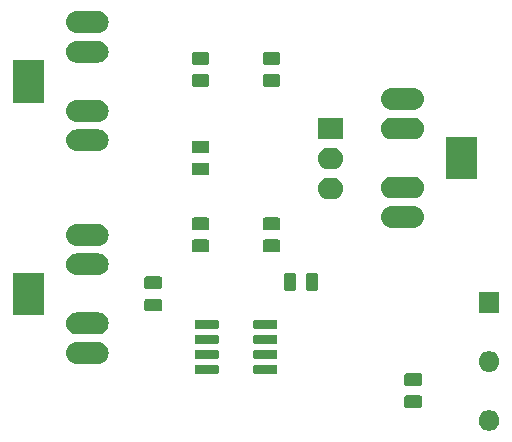
<source format=gbr>
G04 #@! TF.GenerationSoftware,KiCad,Pcbnew,5.1.2-f72e74a~84~ubuntu18.04.1*
G04 #@! TF.CreationDate,2019-05-17T10:17:23-07:00*
G04 #@! TF.ProjectId,NewVNA,4e657756-4e41-42e6-9b69-6361645f7063,CAT V.2*
G04 #@! TF.SameCoordinates,Original*
G04 #@! TF.FileFunction,Soldermask,Top*
G04 #@! TF.FilePolarity,Negative*
%FSLAX46Y46*%
G04 Gerber Fmt 4.6, Leading zero omitted, Abs format (unit mm)*
G04 Created by KiCad (PCBNEW 5.1.2-f72e74a~84~ubuntu18.04.1) date 2019-05-17 10:17:23*
%MOMM*%
%LPD*%
G04 APERTURE LIST*
%ADD10C,0.100000*%
G04 APERTURE END LIST*
D10*
G36*
X71680320Y-59885264D02*
G01*
X71839742Y-59951299D01*
X71983218Y-60047166D01*
X72105234Y-60169182D01*
X72201101Y-60312658D01*
X72267136Y-60472080D01*
X72300800Y-60641321D01*
X72300800Y-60813879D01*
X72267136Y-60983120D01*
X72201101Y-61142542D01*
X72105234Y-61286018D01*
X71983218Y-61408034D01*
X71839742Y-61503901D01*
X71680320Y-61569936D01*
X71511080Y-61603600D01*
X71338520Y-61603600D01*
X71169280Y-61569936D01*
X71009858Y-61503901D01*
X70866382Y-61408034D01*
X70744366Y-61286018D01*
X70648499Y-61142542D01*
X70582464Y-60983120D01*
X70548800Y-60813879D01*
X70548800Y-60641321D01*
X70582464Y-60472080D01*
X70648499Y-60312658D01*
X70744366Y-60169182D01*
X70866382Y-60047166D01*
X71009858Y-59951299D01*
X71169280Y-59885264D01*
X71338520Y-59851600D01*
X71511080Y-59851600D01*
X71680320Y-59885264D01*
X71680320Y-59885264D01*
G37*
G36*
X65584468Y-58603565D02*
G01*
X65623138Y-58615296D01*
X65658777Y-58634346D01*
X65690017Y-58659983D01*
X65715654Y-58691223D01*
X65734704Y-58726862D01*
X65746435Y-58765532D01*
X65751000Y-58811888D01*
X65751000Y-59463112D01*
X65746435Y-59509468D01*
X65734704Y-59548138D01*
X65715654Y-59583777D01*
X65690017Y-59615017D01*
X65658777Y-59640654D01*
X65623138Y-59659704D01*
X65584468Y-59671435D01*
X65538112Y-59676000D01*
X64461888Y-59676000D01*
X64415532Y-59671435D01*
X64376862Y-59659704D01*
X64341223Y-59640654D01*
X64309983Y-59615017D01*
X64284346Y-59583777D01*
X64265296Y-59548138D01*
X64253565Y-59509468D01*
X64249000Y-59463112D01*
X64249000Y-58811888D01*
X64253565Y-58765532D01*
X64265296Y-58726862D01*
X64284346Y-58691223D01*
X64309983Y-58659983D01*
X64341223Y-58634346D01*
X64376862Y-58615296D01*
X64415532Y-58603565D01*
X64461888Y-58599000D01*
X65538112Y-58599000D01*
X65584468Y-58603565D01*
X65584468Y-58603565D01*
G37*
G36*
X65584468Y-56728565D02*
G01*
X65623138Y-56740296D01*
X65658777Y-56759346D01*
X65690017Y-56784983D01*
X65715654Y-56816223D01*
X65734704Y-56851862D01*
X65746435Y-56890532D01*
X65751000Y-56936888D01*
X65751000Y-57588112D01*
X65746435Y-57634468D01*
X65734704Y-57673138D01*
X65715654Y-57708777D01*
X65690017Y-57740017D01*
X65658777Y-57765654D01*
X65623138Y-57784704D01*
X65584468Y-57796435D01*
X65538112Y-57801000D01*
X64461888Y-57801000D01*
X64415532Y-57796435D01*
X64376862Y-57784704D01*
X64341223Y-57765654D01*
X64309983Y-57740017D01*
X64284346Y-57708777D01*
X64265296Y-57673138D01*
X64253565Y-57634468D01*
X64249000Y-57588112D01*
X64249000Y-56936888D01*
X64253565Y-56890532D01*
X64265296Y-56851862D01*
X64284346Y-56816223D01*
X64309983Y-56784983D01*
X64341223Y-56759346D01*
X64376862Y-56740296D01*
X64415532Y-56728565D01*
X64461888Y-56724000D01*
X65538112Y-56724000D01*
X65584468Y-56728565D01*
X65584468Y-56728565D01*
G37*
G36*
X53409928Y-56056764D02*
G01*
X53431009Y-56063160D01*
X53450445Y-56073548D01*
X53467476Y-56087524D01*
X53481452Y-56104555D01*
X53491840Y-56123991D01*
X53498236Y-56145072D01*
X53501000Y-56173140D01*
X53501000Y-56636860D01*
X53498236Y-56664928D01*
X53491840Y-56686009D01*
X53481452Y-56705445D01*
X53467476Y-56722476D01*
X53450445Y-56736452D01*
X53431009Y-56746840D01*
X53409928Y-56753236D01*
X53381860Y-56756000D01*
X51568140Y-56756000D01*
X51540072Y-56753236D01*
X51518991Y-56746840D01*
X51499555Y-56736452D01*
X51482524Y-56722476D01*
X51468548Y-56705445D01*
X51458160Y-56686009D01*
X51451764Y-56664928D01*
X51449000Y-56636860D01*
X51449000Y-56173140D01*
X51451764Y-56145072D01*
X51458160Y-56123991D01*
X51468548Y-56104555D01*
X51482524Y-56087524D01*
X51499555Y-56073548D01*
X51518991Y-56063160D01*
X51540072Y-56056764D01*
X51568140Y-56054000D01*
X53381860Y-56054000D01*
X53409928Y-56056764D01*
X53409928Y-56056764D01*
G37*
G36*
X48459928Y-56056764D02*
G01*
X48481009Y-56063160D01*
X48500445Y-56073548D01*
X48517476Y-56087524D01*
X48531452Y-56104555D01*
X48541840Y-56123991D01*
X48548236Y-56145072D01*
X48551000Y-56173140D01*
X48551000Y-56636860D01*
X48548236Y-56664928D01*
X48541840Y-56686009D01*
X48531452Y-56705445D01*
X48517476Y-56722476D01*
X48500445Y-56736452D01*
X48481009Y-56746840D01*
X48459928Y-56753236D01*
X48431860Y-56756000D01*
X46618140Y-56756000D01*
X46590072Y-56753236D01*
X46568991Y-56746840D01*
X46549555Y-56736452D01*
X46532524Y-56722476D01*
X46518548Y-56705445D01*
X46508160Y-56686009D01*
X46501764Y-56664928D01*
X46499000Y-56636860D01*
X46499000Y-56173140D01*
X46501764Y-56145072D01*
X46508160Y-56123991D01*
X46518548Y-56104555D01*
X46532524Y-56087524D01*
X46549555Y-56073548D01*
X46568991Y-56063160D01*
X46590072Y-56056764D01*
X46618140Y-56054000D01*
X48431860Y-56054000D01*
X48459928Y-56056764D01*
X48459928Y-56056764D01*
G37*
G36*
X71595699Y-54868432D02*
G01*
X71680320Y-54885264D01*
X71839742Y-54951299D01*
X71983218Y-55047166D01*
X72105234Y-55169182D01*
X72201101Y-55312658D01*
X72267136Y-55472080D01*
X72283968Y-55556701D01*
X72300800Y-55641320D01*
X72300800Y-55813880D01*
X72291695Y-55859652D01*
X72267136Y-55983120D01*
X72201101Y-56142542D01*
X72105234Y-56286018D01*
X71983218Y-56408034D01*
X71839742Y-56503901D01*
X71680320Y-56569936D01*
X71627211Y-56580500D01*
X71511080Y-56603600D01*
X71338520Y-56603600D01*
X71222389Y-56580500D01*
X71169280Y-56569936D01*
X71009858Y-56503901D01*
X70866382Y-56408034D01*
X70744366Y-56286018D01*
X70648499Y-56142542D01*
X70582464Y-55983120D01*
X70557905Y-55859652D01*
X70548800Y-55813880D01*
X70548800Y-55641320D01*
X70565632Y-55556701D01*
X70582464Y-55472080D01*
X70648499Y-55312658D01*
X70744366Y-55169182D01*
X70866382Y-55047166D01*
X71009858Y-54951299D01*
X71169280Y-54885264D01*
X71253901Y-54868432D01*
X71338520Y-54851600D01*
X71511080Y-54851600D01*
X71595699Y-54868432D01*
X71595699Y-54868432D01*
G37*
G36*
X38466529Y-54087398D02*
G01*
X38641079Y-54140348D01*
X38801947Y-54226333D01*
X38942949Y-54342051D01*
X39058667Y-54483053D01*
X39144652Y-54643921D01*
X39197602Y-54818471D01*
X39215480Y-55000000D01*
X39197602Y-55181529D01*
X39144652Y-55356079D01*
X39058667Y-55516947D01*
X38942949Y-55657949D01*
X38801947Y-55773667D01*
X38641079Y-55859652D01*
X38466529Y-55912602D01*
X38330490Y-55926000D01*
X36489510Y-55926000D01*
X36353471Y-55912602D01*
X36178921Y-55859652D01*
X36018053Y-55773667D01*
X35877051Y-55657949D01*
X35761333Y-55516947D01*
X35675348Y-55356079D01*
X35622398Y-55181529D01*
X35604520Y-55000000D01*
X35622398Y-54818471D01*
X35675348Y-54643921D01*
X35761333Y-54483053D01*
X35877051Y-54342051D01*
X36018053Y-54226333D01*
X36178921Y-54140348D01*
X36353471Y-54087398D01*
X36489510Y-54074000D01*
X38330490Y-54074000D01*
X38466529Y-54087398D01*
X38466529Y-54087398D01*
G37*
G36*
X53409928Y-54786764D02*
G01*
X53431009Y-54793160D01*
X53450445Y-54803548D01*
X53467476Y-54817524D01*
X53481452Y-54834555D01*
X53491840Y-54853991D01*
X53498236Y-54875072D01*
X53501000Y-54903140D01*
X53501000Y-55366860D01*
X53498236Y-55394928D01*
X53491840Y-55416009D01*
X53481452Y-55435445D01*
X53467476Y-55452476D01*
X53450445Y-55466452D01*
X53431009Y-55476840D01*
X53409928Y-55483236D01*
X53381860Y-55486000D01*
X51568140Y-55486000D01*
X51540072Y-55483236D01*
X51518991Y-55476840D01*
X51499555Y-55466452D01*
X51482524Y-55452476D01*
X51468548Y-55435445D01*
X51458160Y-55416009D01*
X51451764Y-55394928D01*
X51449000Y-55366860D01*
X51449000Y-54903140D01*
X51451764Y-54875072D01*
X51458160Y-54853991D01*
X51468548Y-54834555D01*
X51482524Y-54817524D01*
X51499555Y-54803548D01*
X51518991Y-54793160D01*
X51540072Y-54786764D01*
X51568140Y-54784000D01*
X53381860Y-54784000D01*
X53409928Y-54786764D01*
X53409928Y-54786764D01*
G37*
G36*
X48459928Y-54786764D02*
G01*
X48481009Y-54793160D01*
X48500445Y-54803548D01*
X48517476Y-54817524D01*
X48531452Y-54834555D01*
X48541840Y-54853991D01*
X48548236Y-54875072D01*
X48551000Y-54903140D01*
X48551000Y-55366860D01*
X48548236Y-55394928D01*
X48541840Y-55416009D01*
X48531452Y-55435445D01*
X48517476Y-55452476D01*
X48500445Y-55466452D01*
X48481009Y-55476840D01*
X48459928Y-55483236D01*
X48431860Y-55486000D01*
X46618140Y-55486000D01*
X46590072Y-55483236D01*
X46568991Y-55476840D01*
X46549555Y-55466452D01*
X46532524Y-55452476D01*
X46518548Y-55435445D01*
X46508160Y-55416009D01*
X46501764Y-55394928D01*
X46499000Y-55366860D01*
X46499000Y-54903140D01*
X46501764Y-54875072D01*
X46508160Y-54853991D01*
X46518548Y-54834555D01*
X46532524Y-54817524D01*
X46549555Y-54803548D01*
X46568991Y-54793160D01*
X46590072Y-54786764D01*
X46618140Y-54784000D01*
X48431860Y-54784000D01*
X48459928Y-54786764D01*
X48459928Y-54786764D01*
G37*
G36*
X53409928Y-53516764D02*
G01*
X53431009Y-53523160D01*
X53450445Y-53533548D01*
X53467476Y-53547524D01*
X53481452Y-53564555D01*
X53491840Y-53583991D01*
X53498236Y-53605072D01*
X53501000Y-53633140D01*
X53501000Y-54096860D01*
X53498236Y-54124928D01*
X53491840Y-54146009D01*
X53481452Y-54165445D01*
X53467476Y-54182476D01*
X53450445Y-54196452D01*
X53431009Y-54206840D01*
X53409928Y-54213236D01*
X53381860Y-54216000D01*
X51568140Y-54216000D01*
X51540072Y-54213236D01*
X51518991Y-54206840D01*
X51499555Y-54196452D01*
X51482524Y-54182476D01*
X51468548Y-54165445D01*
X51458160Y-54146009D01*
X51451764Y-54124928D01*
X51449000Y-54096860D01*
X51449000Y-53633140D01*
X51451764Y-53605072D01*
X51458160Y-53583991D01*
X51468548Y-53564555D01*
X51482524Y-53547524D01*
X51499555Y-53533548D01*
X51518991Y-53523160D01*
X51540072Y-53516764D01*
X51568140Y-53514000D01*
X53381860Y-53514000D01*
X53409928Y-53516764D01*
X53409928Y-53516764D01*
G37*
G36*
X48459928Y-53516764D02*
G01*
X48481009Y-53523160D01*
X48500445Y-53533548D01*
X48517476Y-53547524D01*
X48531452Y-53564555D01*
X48541840Y-53583991D01*
X48548236Y-53605072D01*
X48551000Y-53633140D01*
X48551000Y-54096860D01*
X48548236Y-54124928D01*
X48541840Y-54146009D01*
X48531452Y-54165445D01*
X48517476Y-54182476D01*
X48500445Y-54196452D01*
X48481009Y-54206840D01*
X48459928Y-54213236D01*
X48431860Y-54216000D01*
X46618140Y-54216000D01*
X46590072Y-54213236D01*
X46568991Y-54206840D01*
X46549555Y-54196452D01*
X46532524Y-54182476D01*
X46518548Y-54165445D01*
X46508160Y-54146009D01*
X46501764Y-54124928D01*
X46499000Y-54096860D01*
X46499000Y-53633140D01*
X46501764Y-53605072D01*
X46508160Y-53583991D01*
X46518548Y-53564555D01*
X46532524Y-53547524D01*
X46549555Y-53533548D01*
X46568991Y-53523160D01*
X46590072Y-53516764D01*
X46618140Y-53514000D01*
X48431860Y-53514000D01*
X48459928Y-53516764D01*
X48459928Y-53516764D01*
G37*
G36*
X38466529Y-51587398D02*
G01*
X38641079Y-51640348D01*
X38801947Y-51726333D01*
X38942949Y-51842051D01*
X39058667Y-51983053D01*
X39144652Y-52143921D01*
X39197602Y-52318471D01*
X39215480Y-52500000D01*
X39197602Y-52681529D01*
X39144652Y-52856079D01*
X39058667Y-53016947D01*
X38942949Y-53157949D01*
X38801947Y-53273667D01*
X38641079Y-53359652D01*
X38466529Y-53412602D01*
X38330490Y-53426000D01*
X36489510Y-53426000D01*
X36353471Y-53412602D01*
X36178921Y-53359652D01*
X36018053Y-53273667D01*
X35877051Y-53157949D01*
X35761333Y-53016947D01*
X35675348Y-52856079D01*
X35622398Y-52681529D01*
X35604520Y-52500000D01*
X35622398Y-52318471D01*
X35675348Y-52143921D01*
X35761333Y-51983053D01*
X35877051Y-51842051D01*
X36018053Y-51726333D01*
X36178921Y-51640348D01*
X36353471Y-51587398D01*
X36489510Y-51574000D01*
X38330490Y-51574000D01*
X38466529Y-51587398D01*
X38466529Y-51587398D01*
G37*
G36*
X48459928Y-52246764D02*
G01*
X48481009Y-52253160D01*
X48500445Y-52263548D01*
X48517476Y-52277524D01*
X48531452Y-52294555D01*
X48541840Y-52313991D01*
X48548236Y-52335072D01*
X48551000Y-52363140D01*
X48551000Y-52826860D01*
X48548236Y-52854928D01*
X48541840Y-52876009D01*
X48531452Y-52895445D01*
X48517476Y-52912476D01*
X48500445Y-52926452D01*
X48481009Y-52936840D01*
X48459928Y-52943236D01*
X48431860Y-52946000D01*
X46618140Y-52946000D01*
X46590072Y-52943236D01*
X46568991Y-52936840D01*
X46549555Y-52926452D01*
X46532524Y-52912476D01*
X46518548Y-52895445D01*
X46508160Y-52876009D01*
X46501764Y-52854928D01*
X46499000Y-52826860D01*
X46499000Y-52363140D01*
X46501764Y-52335072D01*
X46508160Y-52313991D01*
X46518548Y-52294555D01*
X46532524Y-52277524D01*
X46549555Y-52263548D01*
X46568991Y-52253160D01*
X46590072Y-52246764D01*
X46618140Y-52244000D01*
X48431860Y-52244000D01*
X48459928Y-52246764D01*
X48459928Y-52246764D01*
G37*
G36*
X53409928Y-52246764D02*
G01*
X53431009Y-52253160D01*
X53450445Y-52263548D01*
X53467476Y-52277524D01*
X53481452Y-52294555D01*
X53491840Y-52313991D01*
X53498236Y-52335072D01*
X53501000Y-52363140D01*
X53501000Y-52826860D01*
X53498236Y-52854928D01*
X53491840Y-52876009D01*
X53481452Y-52895445D01*
X53467476Y-52912476D01*
X53450445Y-52926452D01*
X53431009Y-52936840D01*
X53409928Y-52943236D01*
X53381860Y-52946000D01*
X51568140Y-52946000D01*
X51540072Y-52943236D01*
X51518991Y-52936840D01*
X51499555Y-52926452D01*
X51482524Y-52912476D01*
X51468548Y-52895445D01*
X51458160Y-52876009D01*
X51451764Y-52854928D01*
X51449000Y-52826860D01*
X51449000Y-52363140D01*
X51451764Y-52335072D01*
X51458160Y-52313991D01*
X51468548Y-52294555D01*
X51482524Y-52277524D01*
X51499555Y-52263548D01*
X51518991Y-52253160D01*
X51540072Y-52246764D01*
X51568140Y-52244000D01*
X53381860Y-52244000D01*
X53409928Y-52246764D01*
X53409928Y-52246764D01*
G37*
G36*
X33705000Y-51801000D02*
G01*
X31103000Y-51801000D01*
X31103000Y-48199000D01*
X33705000Y-48199000D01*
X33705000Y-51801000D01*
X33705000Y-51801000D01*
G37*
G36*
X72300800Y-51603600D02*
G01*
X70548800Y-51603600D01*
X70548800Y-49851600D01*
X72300800Y-49851600D01*
X72300800Y-51603600D01*
X72300800Y-51603600D01*
G37*
G36*
X43584468Y-50403565D02*
G01*
X43623138Y-50415296D01*
X43658777Y-50434346D01*
X43690017Y-50459983D01*
X43715654Y-50491223D01*
X43734704Y-50526862D01*
X43746435Y-50565532D01*
X43751000Y-50611888D01*
X43751000Y-51263112D01*
X43746435Y-51309468D01*
X43734704Y-51348138D01*
X43715654Y-51383777D01*
X43690017Y-51415017D01*
X43658777Y-51440654D01*
X43623138Y-51459704D01*
X43584468Y-51471435D01*
X43538112Y-51476000D01*
X42461888Y-51476000D01*
X42415532Y-51471435D01*
X42376862Y-51459704D01*
X42341223Y-51440654D01*
X42309983Y-51415017D01*
X42284346Y-51383777D01*
X42265296Y-51348138D01*
X42253565Y-51309468D01*
X42249000Y-51263112D01*
X42249000Y-50611888D01*
X42253565Y-50565532D01*
X42265296Y-50526862D01*
X42284346Y-50491223D01*
X42309983Y-50459983D01*
X42341223Y-50434346D01*
X42376862Y-50415296D01*
X42415532Y-50403565D01*
X42461888Y-50399000D01*
X43538112Y-50399000D01*
X43584468Y-50403565D01*
X43584468Y-50403565D01*
G37*
G36*
X56809468Y-48253565D02*
G01*
X56848138Y-48265296D01*
X56883777Y-48284346D01*
X56915017Y-48309983D01*
X56940654Y-48341223D01*
X56959704Y-48376862D01*
X56971435Y-48415532D01*
X56976000Y-48461888D01*
X56976000Y-49538112D01*
X56971435Y-49584468D01*
X56959704Y-49623138D01*
X56940654Y-49658777D01*
X56915017Y-49690017D01*
X56883777Y-49715654D01*
X56848138Y-49734704D01*
X56809468Y-49746435D01*
X56763112Y-49751000D01*
X56111888Y-49751000D01*
X56065532Y-49746435D01*
X56026862Y-49734704D01*
X55991223Y-49715654D01*
X55959983Y-49690017D01*
X55934346Y-49658777D01*
X55915296Y-49623138D01*
X55903565Y-49584468D01*
X55899000Y-49538112D01*
X55899000Y-48461888D01*
X55903565Y-48415532D01*
X55915296Y-48376862D01*
X55934346Y-48341223D01*
X55959983Y-48309983D01*
X55991223Y-48284346D01*
X56026862Y-48265296D01*
X56065532Y-48253565D01*
X56111888Y-48249000D01*
X56763112Y-48249000D01*
X56809468Y-48253565D01*
X56809468Y-48253565D01*
G37*
G36*
X54934468Y-48253565D02*
G01*
X54973138Y-48265296D01*
X55008777Y-48284346D01*
X55040017Y-48309983D01*
X55065654Y-48341223D01*
X55084704Y-48376862D01*
X55096435Y-48415532D01*
X55101000Y-48461888D01*
X55101000Y-49538112D01*
X55096435Y-49584468D01*
X55084704Y-49623138D01*
X55065654Y-49658777D01*
X55040017Y-49690017D01*
X55008777Y-49715654D01*
X54973138Y-49734704D01*
X54934468Y-49746435D01*
X54888112Y-49751000D01*
X54236888Y-49751000D01*
X54190532Y-49746435D01*
X54151862Y-49734704D01*
X54116223Y-49715654D01*
X54084983Y-49690017D01*
X54059346Y-49658777D01*
X54040296Y-49623138D01*
X54028565Y-49584468D01*
X54024000Y-49538112D01*
X54024000Y-48461888D01*
X54028565Y-48415532D01*
X54040296Y-48376862D01*
X54059346Y-48341223D01*
X54084983Y-48309983D01*
X54116223Y-48284346D01*
X54151862Y-48265296D01*
X54190532Y-48253565D01*
X54236888Y-48249000D01*
X54888112Y-48249000D01*
X54934468Y-48253565D01*
X54934468Y-48253565D01*
G37*
G36*
X43584468Y-48528565D02*
G01*
X43623138Y-48540296D01*
X43658777Y-48559346D01*
X43690017Y-48584983D01*
X43715654Y-48616223D01*
X43734704Y-48651862D01*
X43746435Y-48690532D01*
X43751000Y-48736888D01*
X43751000Y-49388112D01*
X43746435Y-49434468D01*
X43734704Y-49473138D01*
X43715654Y-49508777D01*
X43690017Y-49540017D01*
X43658777Y-49565654D01*
X43623138Y-49584704D01*
X43584468Y-49596435D01*
X43538112Y-49601000D01*
X42461888Y-49601000D01*
X42415532Y-49596435D01*
X42376862Y-49584704D01*
X42341223Y-49565654D01*
X42309983Y-49540017D01*
X42284346Y-49508777D01*
X42265296Y-49473138D01*
X42253565Y-49434468D01*
X42249000Y-49388112D01*
X42249000Y-48736888D01*
X42253565Y-48690532D01*
X42265296Y-48651862D01*
X42284346Y-48616223D01*
X42309983Y-48584983D01*
X42341223Y-48559346D01*
X42376862Y-48540296D01*
X42415532Y-48528565D01*
X42461888Y-48524000D01*
X43538112Y-48524000D01*
X43584468Y-48528565D01*
X43584468Y-48528565D01*
G37*
G36*
X38466529Y-46587398D02*
G01*
X38641079Y-46640348D01*
X38801947Y-46726333D01*
X38942949Y-46842051D01*
X39058667Y-46983053D01*
X39144652Y-47143921D01*
X39197602Y-47318471D01*
X39215480Y-47500000D01*
X39197602Y-47681529D01*
X39144652Y-47856079D01*
X39058667Y-48016947D01*
X38942949Y-48157949D01*
X38801947Y-48273667D01*
X38641079Y-48359652D01*
X38466529Y-48412602D01*
X38330490Y-48426000D01*
X36489510Y-48426000D01*
X36353471Y-48412602D01*
X36178921Y-48359652D01*
X36018053Y-48273667D01*
X35877051Y-48157949D01*
X35761333Y-48016947D01*
X35675348Y-47856079D01*
X35622398Y-47681529D01*
X35604520Y-47500000D01*
X35622398Y-47318471D01*
X35675348Y-47143921D01*
X35761333Y-46983053D01*
X35877051Y-46842051D01*
X36018053Y-46726333D01*
X36178921Y-46640348D01*
X36353471Y-46587398D01*
X36489510Y-46574000D01*
X38330490Y-46574000D01*
X38466529Y-46587398D01*
X38466529Y-46587398D01*
G37*
G36*
X53584468Y-45403565D02*
G01*
X53623138Y-45415296D01*
X53658777Y-45434346D01*
X53690017Y-45459983D01*
X53715654Y-45491223D01*
X53734704Y-45526862D01*
X53746435Y-45565532D01*
X53751000Y-45611888D01*
X53751000Y-46263112D01*
X53746435Y-46309468D01*
X53734704Y-46348138D01*
X53715654Y-46383777D01*
X53690017Y-46415017D01*
X53658777Y-46440654D01*
X53623138Y-46459704D01*
X53584468Y-46471435D01*
X53538112Y-46476000D01*
X52461888Y-46476000D01*
X52415532Y-46471435D01*
X52376862Y-46459704D01*
X52341223Y-46440654D01*
X52309983Y-46415017D01*
X52284346Y-46383777D01*
X52265296Y-46348138D01*
X52253565Y-46309468D01*
X52249000Y-46263112D01*
X52249000Y-45611888D01*
X52253565Y-45565532D01*
X52265296Y-45526862D01*
X52284346Y-45491223D01*
X52309983Y-45459983D01*
X52341223Y-45434346D01*
X52376862Y-45415296D01*
X52415532Y-45403565D01*
X52461888Y-45399000D01*
X53538112Y-45399000D01*
X53584468Y-45403565D01*
X53584468Y-45403565D01*
G37*
G36*
X47584468Y-45403565D02*
G01*
X47623138Y-45415296D01*
X47658777Y-45434346D01*
X47690017Y-45459983D01*
X47715654Y-45491223D01*
X47734704Y-45526862D01*
X47746435Y-45565532D01*
X47751000Y-45611888D01*
X47751000Y-46263112D01*
X47746435Y-46309468D01*
X47734704Y-46348138D01*
X47715654Y-46383777D01*
X47690017Y-46415017D01*
X47658777Y-46440654D01*
X47623138Y-46459704D01*
X47584468Y-46471435D01*
X47538112Y-46476000D01*
X46461888Y-46476000D01*
X46415532Y-46471435D01*
X46376862Y-46459704D01*
X46341223Y-46440654D01*
X46309983Y-46415017D01*
X46284346Y-46383777D01*
X46265296Y-46348138D01*
X46253565Y-46309468D01*
X46249000Y-46263112D01*
X46249000Y-45611888D01*
X46253565Y-45565532D01*
X46265296Y-45526862D01*
X46284346Y-45491223D01*
X46309983Y-45459983D01*
X46341223Y-45434346D01*
X46376862Y-45415296D01*
X46415532Y-45403565D01*
X46461888Y-45399000D01*
X47538112Y-45399000D01*
X47584468Y-45403565D01*
X47584468Y-45403565D01*
G37*
G36*
X38466529Y-44087398D02*
G01*
X38641079Y-44140348D01*
X38801947Y-44226333D01*
X38942949Y-44342051D01*
X39058667Y-44483053D01*
X39144652Y-44643921D01*
X39197602Y-44818471D01*
X39215480Y-45000000D01*
X39197602Y-45181529D01*
X39144652Y-45356079D01*
X39058667Y-45516947D01*
X38942949Y-45657949D01*
X38801947Y-45773667D01*
X38641079Y-45859652D01*
X38466529Y-45912602D01*
X38330490Y-45926000D01*
X36489510Y-45926000D01*
X36353471Y-45912602D01*
X36178921Y-45859652D01*
X36018053Y-45773667D01*
X35877051Y-45657949D01*
X35761333Y-45516947D01*
X35675348Y-45356079D01*
X35622398Y-45181529D01*
X35604520Y-45000000D01*
X35622398Y-44818471D01*
X35675348Y-44643921D01*
X35761333Y-44483053D01*
X35877051Y-44342051D01*
X36018053Y-44226333D01*
X36178921Y-44140348D01*
X36353471Y-44087398D01*
X36489510Y-44074000D01*
X38330490Y-44074000D01*
X38466529Y-44087398D01*
X38466529Y-44087398D01*
G37*
G36*
X47584468Y-43528565D02*
G01*
X47623138Y-43540296D01*
X47658777Y-43559346D01*
X47690017Y-43584983D01*
X47715654Y-43616223D01*
X47734704Y-43651862D01*
X47746435Y-43690532D01*
X47751000Y-43736888D01*
X47751000Y-44388112D01*
X47746435Y-44434468D01*
X47734704Y-44473138D01*
X47715654Y-44508777D01*
X47690017Y-44540017D01*
X47658777Y-44565654D01*
X47623138Y-44584704D01*
X47584468Y-44596435D01*
X47538112Y-44601000D01*
X46461888Y-44601000D01*
X46415532Y-44596435D01*
X46376862Y-44584704D01*
X46341223Y-44565654D01*
X46309983Y-44540017D01*
X46284346Y-44508777D01*
X46265296Y-44473138D01*
X46253565Y-44434468D01*
X46249000Y-44388112D01*
X46249000Y-43736888D01*
X46253565Y-43690532D01*
X46265296Y-43651862D01*
X46284346Y-43616223D01*
X46309983Y-43584983D01*
X46341223Y-43559346D01*
X46376862Y-43540296D01*
X46415532Y-43528565D01*
X46461888Y-43524000D01*
X47538112Y-43524000D01*
X47584468Y-43528565D01*
X47584468Y-43528565D01*
G37*
G36*
X53584468Y-43528565D02*
G01*
X53623138Y-43540296D01*
X53658777Y-43559346D01*
X53690017Y-43584983D01*
X53715654Y-43616223D01*
X53734704Y-43651862D01*
X53746435Y-43690532D01*
X53751000Y-43736888D01*
X53751000Y-44388112D01*
X53746435Y-44434468D01*
X53734704Y-44473138D01*
X53715654Y-44508777D01*
X53690017Y-44540017D01*
X53658777Y-44565654D01*
X53623138Y-44584704D01*
X53584468Y-44596435D01*
X53538112Y-44601000D01*
X52461888Y-44601000D01*
X52415532Y-44596435D01*
X52376862Y-44584704D01*
X52341223Y-44565654D01*
X52309983Y-44540017D01*
X52284346Y-44508777D01*
X52265296Y-44473138D01*
X52253565Y-44434468D01*
X52249000Y-44388112D01*
X52249000Y-43736888D01*
X52253565Y-43690532D01*
X52265296Y-43651862D01*
X52284346Y-43616223D01*
X52309983Y-43584983D01*
X52341223Y-43559346D01*
X52376862Y-43540296D01*
X52415532Y-43528565D01*
X52461888Y-43524000D01*
X53538112Y-43524000D01*
X53584468Y-43528565D01*
X53584468Y-43528565D01*
G37*
G36*
X65146529Y-42587398D02*
G01*
X65321079Y-42640348D01*
X65481947Y-42726333D01*
X65622949Y-42842051D01*
X65738667Y-42983053D01*
X65824652Y-43143921D01*
X65877602Y-43318471D01*
X65895480Y-43500000D01*
X65877602Y-43681529D01*
X65824652Y-43856079D01*
X65738667Y-44016947D01*
X65622949Y-44157949D01*
X65481947Y-44273667D01*
X65321079Y-44359652D01*
X65146529Y-44412602D01*
X65010490Y-44426000D01*
X63169510Y-44426000D01*
X63033471Y-44412602D01*
X62858921Y-44359652D01*
X62698053Y-44273667D01*
X62557051Y-44157949D01*
X62441333Y-44016947D01*
X62355348Y-43856079D01*
X62302398Y-43681529D01*
X62284520Y-43500000D01*
X62302398Y-43318471D01*
X62355348Y-43143921D01*
X62441333Y-42983053D01*
X62557051Y-42842051D01*
X62698053Y-42726333D01*
X62858921Y-42640348D01*
X63033471Y-42587398D01*
X63169510Y-42574000D01*
X65010490Y-42574000D01*
X65146529Y-42587398D01*
X65146529Y-42587398D01*
G37*
G36*
X58310343Y-40175361D02*
G01*
X58329568Y-40177254D01*
X58502234Y-40229632D01*
X58661365Y-40314689D01*
X58800844Y-40429156D01*
X58915311Y-40568635D01*
X59000368Y-40727766D01*
X59052746Y-40900433D01*
X59070432Y-41080000D01*
X59052746Y-41259567D01*
X59000368Y-41432234D01*
X58915311Y-41591365D01*
X58800844Y-41730844D01*
X58661365Y-41845311D01*
X58502234Y-41930368D01*
X58329568Y-41982746D01*
X58310343Y-41984639D01*
X58194998Y-41996000D01*
X57805002Y-41996000D01*
X57689657Y-41984639D01*
X57670432Y-41982746D01*
X57497766Y-41930368D01*
X57338635Y-41845311D01*
X57199156Y-41730844D01*
X57084689Y-41591365D01*
X56999632Y-41432234D01*
X56947254Y-41259567D01*
X56929568Y-41080000D01*
X56947254Y-40900433D01*
X56999632Y-40727766D01*
X57084689Y-40568635D01*
X57199156Y-40429156D01*
X57338635Y-40314689D01*
X57497766Y-40229632D01*
X57584100Y-40203443D01*
X57670432Y-40177254D01*
X57689657Y-40175361D01*
X57805002Y-40164000D01*
X58194998Y-40164000D01*
X58310343Y-40175361D01*
X58310343Y-40175361D01*
G37*
G36*
X65146529Y-40087398D02*
G01*
X65321079Y-40140348D01*
X65481947Y-40226333D01*
X65622949Y-40342051D01*
X65738667Y-40483053D01*
X65824652Y-40643921D01*
X65877602Y-40818471D01*
X65895480Y-41000000D01*
X65877602Y-41181529D01*
X65824652Y-41356079D01*
X65738667Y-41516947D01*
X65622949Y-41657949D01*
X65481947Y-41773667D01*
X65321079Y-41859652D01*
X65146529Y-41912602D01*
X65010490Y-41926000D01*
X63169510Y-41926000D01*
X63033471Y-41912602D01*
X62858921Y-41859652D01*
X62698053Y-41773667D01*
X62557051Y-41657949D01*
X62441333Y-41516947D01*
X62355348Y-41356079D01*
X62302398Y-41181529D01*
X62284520Y-41000000D01*
X62302398Y-40818471D01*
X62355348Y-40643921D01*
X62441333Y-40483053D01*
X62557051Y-40342051D01*
X62698053Y-40226333D01*
X62858921Y-40140348D01*
X63033471Y-40087398D01*
X63169510Y-40074000D01*
X65010490Y-40074000D01*
X65146529Y-40087398D01*
X65146529Y-40087398D01*
G37*
G36*
X70397000Y-40301000D02*
G01*
X67795000Y-40301000D01*
X67795000Y-36699000D01*
X70397000Y-36699000D01*
X70397000Y-40301000D01*
X70397000Y-40301000D01*
G37*
G36*
X47584468Y-38903565D02*
G01*
X47623138Y-38915296D01*
X47658777Y-38934346D01*
X47690017Y-38959983D01*
X47715654Y-38991223D01*
X47734704Y-39026862D01*
X47746435Y-39065532D01*
X47751000Y-39111888D01*
X47751000Y-39763112D01*
X47746435Y-39809468D01*
X47734704Y-39848138D01*
X47715654Y-39883777D01*
X47690017Y-39915017D01*
X47658777Y-39940654D01*
X47623138Y-39959704D01*
X47584468Y-39971435D01*
X47538112Y-39976000D01*
X46461888Y-39976000D01*
X46415532Y-39971435D01*
X46376862Y-39959704D01*
X46341223Y-39940654D01*
X46309983Y-39915017D01*
X46284346Y-39883777D01*
X46265296Y-39848138D01*
X46253565Y-39809468D01*
X46249000Y-39763112D01*
X46249000Y-39111888D01*
X46253565Y-39065532D01*
X46265296Y-39026862D01*
X46284346Y-38991223D01*
X46309983Y-38959983D01*
X46341223Y-38934346D01*
X46376862Y-38915296D01*
X46415532Y-38903565D01*
X46461888Y-38899000D01*
X47538112Y-38899000D01*
X47584468Y-38903565D01*
X47584468Y-38903565D01*
G37*
G36*
X58310343Y-37635361D02*
G01*
X58329568Y-37637254D01*
X58397789Y-37657949D01*
X58502234Y-37689632D01*
X58661365Y-37774689D01*
X58800844Y-37889156D01*
X58915311Y-38028635D01*
X59000368Y-38187766D01*
X59052746Y-38360433D01*
X59070432Y-38540000D01*
X59052746Y-38719567D01*
X59000368Y-38892234D01*
X58915311Y-39051365D01*
X58800844Y-39190844D01*
X58661365Y-39305311D01*
X58502234Y-39390368D01*
X58415900Y-39416557D01*
X58329568Y-39442746D01*
X58310343Y-39444639D01*
X58194998Y-39456000D01*
X57805002Y-39456000D01*
X57689657Y-39444639D01*
X57670432Y-39442746D01*
X57497766Y-39390368D01*
X57338635Y-39305311D01*
X57199156Y-39190844D01*
X57084689Y-39051365D01*
X56999632Y-38892234D01*
X56947254Y-38719567D01*
X56929568Y-38540000D01*
X56947254Y-38360433D01*
X56999632Y-38187766D01*
X57084689Y-38028635D01*
X57199156Y-37889156D01*
X57338635Y-37774689D01*
X57497766Y-37689632D01*
X57602211Y-37657949D01*
X57670432Y-37637254D01*
X57689657Y-37635361D01*
X57805002Y-37624000D01*
X58194998Y-37624000D01*
X58310343Y-37635361D01*
X58310343Y-37635361D01*
G37*
G36*
X47584468Y-37028565D02*
G01*
X47623138Y-37040296D01*
X47658777Y-37059346D01*
X47690017Y-37084983D01*
X47715654Y-37116223D01*
X47734704Y-37151862D01*
X47746435Y-37190532D01*
X47751000Y-37236888D01*
X47751000Y-37888112D01*
X47746435Y-37934468D01*
X47734704Y-37973138D01*
X47715654Y-38008777D01*
X47690017Y-38040017D01*
X47658777Y-38065654D01*
X47623138Y-38084704D01*
X47584468Y-38096435D01*
X47538112Y-38101000D01*
X46461888Y-38101000D01*
X46415532Y-38096435D01*
X46376862Y-38084704D01*
X46341223Y-38065654D01*
X46309983Y-38040017D01*
X46284346Y-38008777D01*
X46265296Y-37973138D01*
X46253565Y-37934468D01*
X46249000Y-37888112D01*
X46249000Y-37236888D01*
X46253565Y-37190532D01*
X46265296Y-37151862D01*
X46284346Y-37116223D01*
X46309983Y-37084983D01*
X46341223Y-37059346D01*
X46376862Y-37040296D01*
X46415532Y-37028565D01*
X46461888Y-37024000D01*
X47538112Y-37024000D01*
X47584468Y-37028565D01*
X47584468Y-37028565D01*
G37*
G36*
X38466529Y-36087398D02*
G01*
X38641079Y-36140348D01*
X38801947Y-36226333D01*
X38942949Y-36342051D01*
X39058667Y-36483053D01*
X39144652Y-36643921D01*
X39197602Y-36818471D01*
X39215480Y-37000000D01*
X39197602Y-37181529D01*
X39144652Y-37356079D01*
X39058667Y-37516947D01*
X38942949Y-37657949D01*
X38801947Y-37773667D01*
X38641079Y-37859652D01*
X38466529Y-37912602D01*
X38330490Y-37926000D01*
X36489510Y-37926000D01*
X36353471Y-37912602D01*
X36178921Y-37859652D01*
X36018053Y-37773667D01*
X35877051Y-37657949D01*
X35761333Y-37516947D01*
X35675348Y-37356079D01*
X35622398Y-37181529D01*
X35604520Y-37000000D01*
X35622398Y-36818471D01*
X35675348Y-36643921D01*
X35761333Y-36483053D01*
X35877051Y-36342051D01*
X36018053Y-36226333D01*
X36178921Y-36140348D01*
X36353471Y-36087398D01*
X36489510Y-36074000D01*
X38330490Y-36074000D01*
X38466529Y-36087398D01*
X38466529Y-36087398D01*
G37*
G36*
X65146529Y-35087398D02*
G01*
X65321079Y-35140348D01*
X65481947Y-35226333D01*
X65622949Y-35342051D01*
X65738667Y-35483053D01*
X65824652Y-35643921D01*
X65877602Y-35818471D01*
X65895480Y-36000000D01*
X65877602Y-36181529D01*
X65824652Y-36356079D01*
X65738667Y-36516947D01*
X65622949Y-36657949D01*
X65481947Y-36773667D01*
X65321079Y-36859652D01*
X65146529Y-36912602D01*
X65010490Y-36926000D01*
X63169510Y-36926000D01*
X63033471Y-36912602D01*
X62858921Y-36859652D01*
X62698053Y-36773667D01*
X62557051Y-36657949D01*
X62441333Y-36516947D01*
X62355348Y-36356079D01*
X62302398Y-36181529D01*
X62284520Y-36000000D01*
X62302398Y-35818471D01*
X62355348Y-35643921D01*
X62441333Y-35483053D01*
X62557051Y-35342051D01*
X62698053Y-35226333D01*
X62858921Y-35140348D01*
X63033471Y-35087398D01*
X63169510Y-35074000D01*
X65010490Y-35074000D01*
X65146529Y-35087398D01*
X65146529Y-35087398D01*
G37*
G36*
X59066000Y-36916000D02*
G01*
X56934000Y-36916000D01*
X56934000Y-35084000D01*
X59066000Y-35084000D01*
X59066000Y-36916000D01*
X59066000Y-36916000D01*
G37*
G36*
X38466529Y-33587398D02*
G01*
X38641079Y-33640348D01*
X38801947Y-33726333D01*
X38942949Y-33842051D01*
X39058667Y-33983053D01*
X39144652Y-34143921D01*
X39197602Y-34318471D01*
X39215480Y-34500000D01*
X39197602Y-34681529D01*
X39144652Y-34856079D01*
X39058667Y-35016947D01*
X38942949Y-35157949D01*
X38801947Y-35273667D01*
X38641079Y-35359652D01*
X38466529Y-35412602D01*
X38330490Y-35426000D01*
X36489510Y-35426000D01*
X36353471Y-35412602D01*
X36178921Y-35359652D01*
X36018053Y-35273667D01*
X35877051Y-35157949D01*
X35761333Y-35016947D01*
X35675348Y-34856079D01*
X35622398Y-34681529D01*
X35604520Y-34500000D01*
X35622398Y-34318471D01*
X35675348Y-34143921D01*
X35761333Y-33983053D01*
X35877051Y-33842051D01*
X36018053Y-33726333D01*
X36178921Y-33640348D01*
X36353471Y-33587398D01*
X36489510Y-33574000D01*
X38330490Y-33574000D01*
X38466529Y-33587398D01*
X38466529Y-33587398D01*
G37*
G36*
X65146529Y-32587398D02*
G01*
X65321079Y-32640348D01*
X65481947Y-32726333D01*
X65622949Y-32842051D01*
X65738667Y-32983053D01*
X65824652Y-33143921D01*
X65877602Y-33318471D01*
X65895480Y-33500000D01*
X65877602Y-33681529D01*
X65824652Y-33856079D01*
X65738667Y-34016947D01*
X65622949Y-34157949D01*
X65481947Y-34273667D01*
X65321079Y-34359652D01*
X65146529Y-34412602D01*
X65010490Y-34426000D01*
X63169510Y-34426000D01*
X63033471Y-34412602D01*
X62858921Y-34359652D01*
X62698053Y-34273667D01*
X62557051Y-34157949D01*
X62441333Y-34016947D01*
X62355348Y-33856079D01*
X62302398Y-33681529D01*
X62284520Y-33500000D01*
X62302398Y-33318471D01*
X62355348Y-33143921D01*
X62441333Y-32983053D01*
X62557051Y-32842051D01*
X62698053Y-32726333D01*
X62858921Y-32640348D01*
X63033471Y-32587398D01*
X63169510Y-32574000D01*
X65010490Y-32574000D01*
X65146529Y-32587398D01*
X65146529Y-32587398D01*
G37*
G36*
X33705000Y-33801000D02*
G01*
X31103000Y-33801000D01*
X31103000Y-30199000D01*
X33705000Y-30199000D01*
X33705000Y-33801000D01*
X33705000Y-33801000D01*
G37*
G36*
X53584468Y-31403565D02*
G01*
X53623138Y-31415296D01*
X53658777Y-31434346D01*
X53690017Y-31459983D01*
X53715654Y-31491223D01*
X53734704Y-31526862D01*
X53746435Y-31565532D01*
X53751000Y-31611888D01*
X53751000Y-32263112D01*
X53746435Y-32309468D01*
X53734704Y-32348138D01*
X53715654Y-32383777D01*
X53690017Y-32415017D01*
X53658777Y-32440654D01*
X53623138Y-32459704D01*
X53584468Y-32471435D01*
X53538112Y-32476000D01*
X52461888Y-32476000D01*
X52415532Y-32471435D01*
X52376862Y-32459704D01*
X52341223Y-32440654D01*
X52309983Y-32415017D01*
X52284346Y-32383777D01*
X52265296Y-32348138D01*
X52253565Y-32309468D01*
X52249000Y-32263112D01*
X52249000Y-31611888D01*
X52253565Y-31565532D01*
X52265296Y-31526862D01*
X52284346Y-31491223D01*
X52309983Y-31459983D01*
X52341223Y-31434346D01*
X52376862Y-31415296D01*
X52415532Y-31403565D01*
X52461888Y-31399000D01*
X53538112Y-31399000D01*
X53584468Y-31403565D01*
X53584468Y-31403565D01*
G37*
G36*
X47584468Y-31403565D02*
G01*
X47623138Y-31415296D01*
X47658777Y-31434346D01*
X47690017Y-31459983D01*
X47715654Y-31491223D01*
X47734704Y-31526862D01*
X47746435Y-31565532D01*
X47751000Y-31611888D01*
X47751000Y-32263112D01*
X47746435Y-32309468D01*
X47734704Y-32348138D01*
X47715654Y-32383777D01*
X47690017Y-32415017D01*
X47658777Y-32440654D01*
X47623138Y-32459704D01*
X47584468Y-32471435D01*
X47538112Y-32476000D01*
X46461888Y-32476000D01*
X46415532Y-32471435D01*
X46376862Y-32459704D01*
X46341223Y-32440654D01*
X46309983Y-32415017D01*
X46284346Y-32383777D01*
X46265296Y-32348138D01*
X46253565Y-32309468D01*
X46249000Y-32263112D01*
X46249000Y-31611888D01*
X46253565Y-31565532D01*
X46265296Y-31526862D01*
X46284346Y-31491223D01*
X46309983Y-31459983D01*
X46341223Y-31434346D01*
X46376862Y-31415296D01*
X46415532Y-31403565D01*
X46461888Y-31399000D01*
X47538112Y-31399000D01*
X47584468Y-31403565D01*
X47584468Y-31403565D01*
G37*
G36*
X53584468Y-29528565D02*
G01*
X53623138Y-29540296D01*
X53658777Y-29559346D01*
X53690017Y-29584983D01*
X53715654Y-29616223D01*
X53734704Y-29651862D01*
X53746435Y-29690532D01*
X53751000Y-29736888D01*
X53751000Y-30388112D01*
X53746435Y-30434468D01*
X53734704Y-30473138D01*
X53715654Y-30508777D01*
X53690017Y-30540017D01*
X53658777Y-30565654D01*
X53623138Y-30584704D01*
X53584468Y-30596435D01*
X53538112Y-30601000D01*
X52461888Y-30601000D01*
X52415532Y-30596435D01*
X52376862Y-30584704D01*
X52341223Y-30565654D01*
X52309983Y-30540017D01*
X52284346Y-30508777D01*
X52265296Y-30473138D01*
X52253565Y-30434468D01*
X52249000Y-30388112D01*
X52249000Y-29736888D01*
X52253565Y-29690532D01*
X52265296Y-29651862D01*
X52284346Y-29616223D01*
X52309983Y-29584983D01*
X52341223Y-29559346D01*
X52376862Y-29540296D01*
X52415532Y-29528565D01*
X52461888Y-29524000D01*
X53538112Y-29524000D01*
X53584468Y-29528565D01*
X53584468Y-29528565D01*
G37*
G36*
X47584468Y-29528565D02*
G01*
X47623138Y-29540296D01*
X47658777Y-29559346D01*
X47690017Y-29584983D01*
X47715654Y-29616223D01*
X47734704Y-29651862D01*
X47746435Y-29690532D01*
X47751000Y-29736888D01*
X47751000Y-30388112D01*
X47746435Y-30434468D01*
X47734704Y-30473138D01*
X47715654Y-30508777D01*
X47690017Y-30540017D01*
X47658777Y-30565654D01*
X47623138Y-30584704D01*
X47584468Y-30596435D01*
X47538112Y-30601000D01*
X46461888Y-30601000D01*
X46415532Y-30596435D01*
X46376862Y-30584704D01*
X46341223Y-30565654D01*
X46309983Y-30540017D01*
X46284346Y-30508777D01*
X46265296Y-30473138D01*
X46253565Y-30434468D01*
X46249000Y-30388112D01*
X46249000Y-29736888D01*
X46253565Y-29690532D01*
X46265296Y-29651862D01*
X46284346Y-29616223D01*
X46309983Y-29584983D01*
X46341223Y-29559346D01*
X46376862Y-29540296D01*
X46415532Y-29528565D01*
X46461888Y-29524000D01*
X47538112Y-29524000D01*
X47584468Y-29528565D01*
X47584468Y-29528565D01*
G37*
G36*
X38466529Y-28587398D02*
G01*
X38641079Y-28640348D01*
X38801947Y-28726333D01*
X38942949Y-28842051D01*
X39058667Y-28983053D01*
X39144652Y-29143921D01*
X39197602Y-29318471D01*
X39215480Y-29500000D01*
X39197602Y-29681529D01*
X39144652Y-29856079D01*
X39058667Y-30016947D01*
X38942949Y-30157949D01*
X38801947Y-30273667D01*
X38641079Y-30359652D01*
X38466529Y-30412602D01*
X38330490Y-30426000D01*
X36489510Y-30426000D01*
X36353471Y-30412602D01*
X36178921Y-30359652D01*
X36018053Y-30273667D01*
X35877051Y-30157949D01*
X35761333Y-30016947D01*
X35675348Y-29856079D01*
X35622398Y-29681529D01*
X35604520Y-29500000D01*
X35622398Y-29318471D01*
X35675348Y-29143921D01*
X35761333Y-28983053D01*
X35877051Y-28842051D01*
X36018053Y-28726333D01*
X36178921Y-28640348D01*
X36353471Y-28587398D01*
X36489510Y-28574000D01*
X38330490Y-28574000D01*
X38466529Y-28587398D01*
X38466529Y-28587398D01*
G37*
G36*
X38466529Y-26087398D02*
G01*
X38641079Y-26140348D01*
X38801947Y-26226333D01*
X38942949Y-26342051D01*
X39058667Y-26483053D01*
X39144652Y-26643921D01*
X39197602Y-26818471D01*
X39215480Y-27000000D01*
X39197602Y-27181529D01*
X39144652Y-27356079D01*
X39058667Y-27516947D01*
X38942949Y-27657949D01*
X38801947Y-27773667D01*
X38641079Y-27859652D01*
X38466529Y-27912602D01*
X38330490Y-27926000D01*
X36489510Y-27926000D01*
X36353471Y-27912602D01*
X36178921Y-27859652D01*
X36018053Y-27773667D01*
X35877051Y-27657949D01*
X35761333Y-27516947D01*
X35675348Y-27356079D01*
X35622398Y-27181529D01*
X35604520Y-27000000D01*
X35622398Y-26818471D01*
X35675348Y-26643921D01*
X35761333Y-26483053D01*
X35877051Y-26342051D01*
X36018053Y-26226333D01*
X36178921Y-26140348D01*
X36353471Y-26087398D01*
X36489510Y-26074000D01*
X38330490Y-26074000D01*
X38466529Y-26087398D01*
X38466529Y-26087398D01*
G37*
M02*

</source>
